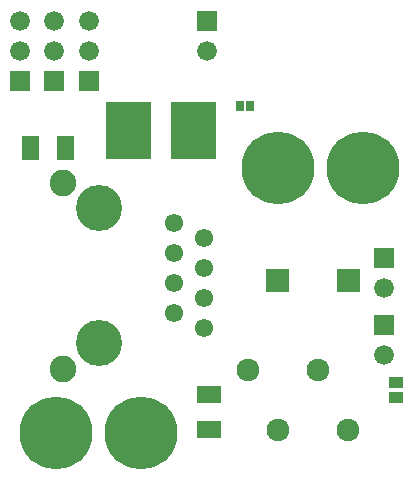
<source format=gbr>
G04 start of page 6 for group -4063 idx -4063 *
G04 Title: (unknown), componentmask *
G04 Creator: pcb 20140316 *
G04 CreationDate: Tue 15 Mar 2016 09:44:59 PM GMT UTC *
G04 For: commonadmin *
G04 Format: Gerber/RS-274X *
G04 PCB-Dimensions (mil): 1410.00 1650.00 *
G04 PCB-Coordinate-Origin: lower left *
%MOIN*%
%FSLAX25Y25*%
%LNTOPMASK*%
%ADD70R,0.0355X0.0355*%
%ADD69R,0.0257X0.0257*%
%ADD68R,0.0572X0.0572*%
%ADD67R,0.1510X0.1510*%
%ADD66C,0.0759*%
%ADD65C,0.0887*%
%ADD64C,0.1536*%
%ADD63C,0.0611*%
%ADD62C,0.2422*%
%ADD61C,0.0660*%
%ADD60C,0.0001*%
G54D60*G36*
X124700Y82800D02*Y76200D01*
X131300D01*
Y82800D01*
X124700D01*
G37*
G54D61*X128000Y69500D03*
G54D60*G36*
X124700Y60300D02*Y53700D01*
X131300D01*
Y60300D01*
X124700D01*
G37*
G54D61*X128000Y47000D03*
G54D60*G36*
X112203Y75797D02*Y68203D01*
X119797D01*
Y75797D01*
X112203D01*
G37*
G54D62*X120846Y109500D03*
X92500D03*
G54D60*G36*
X88703Y75797D02*Y68203D01*
X96297D01*
Y75797D01*
X88703D01*
G37*
G54D63*X68000Y86000D03*
X58000Y91000D03*
Y81000D03*
G54D64*X33000Y96000D03*
G54D65*X20992Y104543D03*
G54D63*X68000Y76000D03*
X58000Y71000D03*
Y61000D03*
X68000Y66000D03*
Y56000D03*
G54D64*X33000Y51000D03*
G54D62*X18500Y21000D03*
X46846D03*
G54D66*X92500Y22000D03*
X116000D03*
X82500Y42000D03*
X106000D03*
G54D65*X20992Y42535D03*
G54D60*G36*
X26200Y141800D02*Y135200D01*
X32800D01*
Y141800D01*
X26200D01*
G37*
G54D61*X29500Y148500D03*
Y158500D03*
G54D60*G36*
X14700Y141800D02*Y135200D01*
X21300D01*
Y141800D01*
X14700D01*
G37*
G54D61*X18000Y148500D03*
Y158500D03*
G54D60*G36*
X3200Y141800D02*Y135200D01*
X9800D01*
Y141800D01*
X3200D01*
G37*
G54D61*X6500Y148500D03*
Y158500D03*
G54D60*G36*
X65700Y161800D02*Y155200D01*
X72300D01*
Y161800D01*
X65700D01*
G37*
G54D61*X69000Y148500D03*
G54D67*X64500Y124000D02*Y120000D01*
G54D68*X68319Y34000D02*X70681D01*
X68319Y22190D02*X70681D01*
G54D69*X80000Y130393D02*Y129607D01*
G54D68*X21810Y117181D02*Y114819D01*
X10000Y117181D02*Y114819D01*
G54D67*X42700Y124000D02*Y120000D01*
G54D69*X83148Y130393D02*Y129607D01*
G54D70*X131508Y38000D02*X132492D01*
X131508Y32882D02*X132492D01*
M02*

</source>
